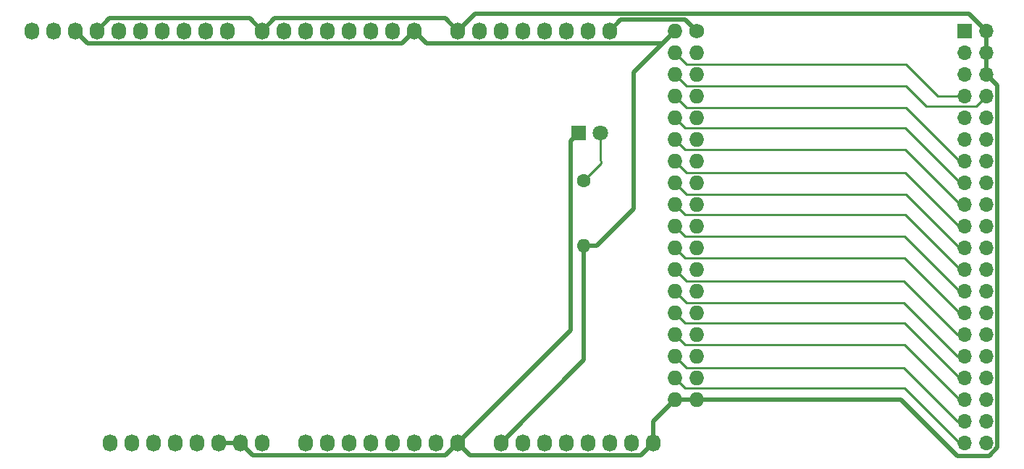
<source format=gbr>
%TF.GenerationSoftware,KiCad,Pcbnew,6.0.2+dfsg-1*%
%TF.CreationDate,2022-06-12T22:28:19-04:00*%
%TF.ProjectId,kim1-earthpeople,6b696d31-2d65-4617-9274-6870656f706c,rev?*%
%TF.SameCoordinates,Original*%
%TF.FileFunction,Copper,L2,Bot*%
%TF.FilePolarity,Positive*%
%FSLAX46Y46*%
G04 Gerber Fmt 4.6, Leading zero omitted, Abs format (unit mm)*
G04 Created by KiCad (PCBNEW 6.0.2+dfsg-1) date 2022-06-12 22:28:19*
%MOMM*%
%LPD*%
G01*
G04 APERTURE LIST*
%TA.AperFunction,ComponentPad*%
%ADD10O,1.727200X2.032000*%
%TD*%
%TA.AperFunction,ComponentPad*%
%ADD11O,1.727200X1.727200*%
%TD*%
%TA.AperFunction,ComponentPad*%
%ADD12C,1.727200*%
%TD*%
%TA.AperFunction,ComponentPad*%
%ADD13C,1.600000*%
%TD*%
%TA.AperFunction,ComponentPad*%
%ADD14O,1.600000X1.600000*%
%TD*%
%TA.AperFunction,ComponentPad*%
%ADD15R,1.800000X1.800000*%
%TD*%
%TA.AperFunction,ComponentPad*%
%ADD16C,1.800000*%
%TD*%
%TA.AperFunction,ComponentPad*%
%ADD17R,1.700000X1.700000*%
%TD*%
%TA.AperFunction,ComponentPad*%
%ADD18O,1.700000X1.700000*%
%TD*%
%TA.AperFunction,Conductor*%
%ADD19C,0.500000*%
%TD*%
%TA.AperFunction,Conductor*%
%ADD20C,0.250000*%
%TD*%
G04 APERTURE END LIST*
D10*
%TO.P,P2,1,Pin_1*%
%TO.N,unconnected-(P2-Pad1)*%
X131318000Y-119126000D03*
%TO.P,P2,2,Pin_2*%
%TO.N,unconnected-(P2-Pad2)*%
X133858000Y-119126000D03*
%TO.P,P2,3,Pin_3*%
%TO.N,unconnected-(P2-Pad3)*%
X136398000Y-119126000D03*
%TO.P,P2,4,Pin_4*%
%TO.N,unconnected-(P2-Pad4)*%
X138938000Y-119126000D03*
%TO.P,P2,5,Pin_5*%
%TO.N,unconnected-(P2-Pad5)*%
X141478000Y-119126000D03*
%TO.P,P2,6,Pin_6*%
%TO.N,GND*%
X144018000Y-119126000D03*
%TO.P,P2,7,Pin_7*%
X146558000Y-119126000D03*
%TO.P,P2,8,Pin_8*%
%TO.N,unconnected-(P2-Pad8)*%
X149098000Y-119126000D03*
%TD*%
%TO.P,P3,1,Pin_1*%
%TO.N,5V*%
X154178000Y-119126000D03*
%TO.P,P3,2,Pin_2*%
%TO.N,unconnected-(P3-Pad2)*%
X156718000Y-119126000D03*
%TO.P,P3,3,Pin_3*%
%TO.N,unconnected-(P3-Pad3)*%
X159258000Y-119126000D03*
%TO.P,P3,4,Pin_4*%
%TO.N,unconnected-(P3-Pad4)*%
X161798000Y-119126000D03*
%TO.P,P3,5,Pin_5*%
%TO.N,unconnected-(P3-Pad5)*%
X164338000Y-119126000D03*
%TO.P,P3,6,Pin_6*%
%TO.N,unconnected-(P3-Pad6)*%
X166878000Y-119126000D03*
%TO.P,P3,7,Pin_7*%
%TO.N,unconnected-(P3-Pad7)*%
X169418000Y-119126000D03*
%TO.P,P3,8,Pin_8*%
%TO.N,GND*%
X171958000Y-119126000D03*
%TD*%
%TO.P,P4,1,Pin_1*%
%TO.N,3V3*%
X177038000Y-119126000D03*
%TO.P,P4,2,Pin_2*%
%TO.N,unconnected-(P4-Pad2)*%
X179578000Y-119126000D03*
%TO.P,P4,3,Pin_3*%
%TO.N,unconnected-(P4-Pad3)*%
X182118000Y-119126000D03*
%TO.P,P4,4,Pin_4*%
%TO.N,unconnected-(P4-Pad4)*%
X184658000Y-119126000D03*
%TO.P,P4,5,Pin_5*%
%TO.N,unconnected-(P4-Pad5)*%
X187198000Y-119126000D03*
%TO.P,P4,6,Pin_6*%
%TO.N,unconnected-(P4-Pad6)*%
X189738000Y-119126000D03*
%TO.P,P4,7,Pin_7*%
%TO.N,unconnected-(P4-Pad7)*%
X192278000Y-119126000D03*
%TO.P,P4,8,Pin_8*%
%TO.N,GND*%
X194818000Y-119126000D03*
%TD*%
%TO.P,P5,1,Pin_1*%
%TO.N,unconnected-(P5-Pad1)*%
X145034000Y-70866000D03*
%TO.P,P5,2,Pin_2*%
%TO.N,unconnected-(P5-Pad2)*%
X142494000Y-70866000D03*
%TO.P,P5,3,Pin_3*%
%TO.N,unconnected-(P5-Pad3)*%
X139954000Y-70866000D03*
%TO.P,P5,4,Pin_4*%
%TO.N,unconnected-(P5-Pad4)*%
X137414000Y-70866000D03*
%TO.P,P5,5,Pin_5*%
%TO.N,unconnected-(P5-Pad5)*%
X134874000Y-70866000D03*
%TO.P,P5,6,Pin_6*%
%TO.N,unconnected-(P5-Pad6)*%
X132334000Y-70866000D03*
%TO.P,P5,7,Pin_7*%
%TO.N,GND*%
X129794000Y-70866000D03*
%TO.P,P5,8,Pin_8*%
%TO.N,3V3*%
X127254000Y-70866000D03*
%TO.P,P5,9,Pin_9*%
%TO.N,unconnected-(P5-Pad9)*%
X124714000Y-70866000D03*
%TO.P,P5,10,Pin_10*%
%TO.N,unconnected-(P5-Pad10)*%
X122174000Y-70866000D03*
%TD*%
%TO.P,P6,1,Pin_1*%
%TO.N,3V3*%
X166878000Y-70866000D03*
%TO.P,P6,2,Pin_2*%
%TO.N,unconnected-(P6-Pad2)*%
X164338000Y-70866000D03*
%TO.P,P6,3,Pin_3*%
%TO.N,unconnected-(P6-Pad3)*%
X161798000Y-70866000D03*
%TO.P,P6,4,Pin_4*%
%TO.N,unconnected-(P6-Pad4)*%
X159258000Y-70866000D03*
%TO.P,P6,5,Pin_5*%
%TO.N,unconnected-(P6-Pad5)*%
X156718000Y-70866000D03*
%TO.P,P6,6,Pin_6*%
%TO.N,unconnected-(P6-Pad6)*%
X154178000Y-70866000D03*
%TO.P,P6,7,Pin_7*%
%TO.N,unconnected-(P6-Pad7)*%
X151638000Y-70866000D03*
%TO.P,P6,8,Pin_8*%
%TO.N,GND*%
X149098000Y-70866000D03*
%TD*%
%TO.P,P7,1,Pin_1*%
%TO.N,5V*%
X189738000Y-70866000D03*
%TO.P,P7,2,Pin_2*%
%TO.N,unconnected-(P7-Pad2)*%
X187198000Y-70866000D03*
%TO.P,P7,3,Pin_3*%
%TO.N,unconnected-(P7-Pad3)*%
X184658000Y-70866000D03*
%TO.P,P7,4,Pin_4*%
%TO.N,unconnected-(P7-Pad4)*%
X182118000Y-70866000D03*
%TO.P,P7,5,Pin_5*%
%TO.N,unconnected-(P7-Pad5)*%
X179578000Y-70866000D03*
%TO.P,P7,6,Pin_6*%
%TO.N,unconnected-(P7-Pad6)*%
X177038000Y-70866000D03*
%TO.P,P7,7,Pin_7*%
%TO.N,unconnected-(P7-Pad7)*%
X174498000Y-70866000D03*
%TO.P,P7,8,Pin_8*%
%TO.N,GND*%
X171958000Y-70866000D03*
%TD*%
D11*
%TO.P,J101,1,Pin_1*%
%TO.N,3V3*%
X197358000Y-70866000D03*
D12*
%TO.P,J101,2,Pin_2*%
%TO.N,5V*%
X199898000Y-70866000D03*
D11*
%TO.P,J101,3,Pin_3*%
%TO.N,SPARE1*%
X197358000Y-73406000D03*
%TO.P,J101,4,Pin_4*%
%TO.N,SPARE6*%
X199898000Y-73406000D03*
%TO.P,J101,5,Pin_5*%
%TO.N,SPARE5*%
X197358000Y-75946000D03*
%TO.P,J101,6,Pin_6*%
%TO.N,SPARE7*%
X199898000Y-75946000D03*
%TO.P,J101,7,Pin_7*%
%TO.N,SST_KEY*%
X197358000Y-78486000D03*
%TO.P,J101,8,Pin_8*%
%TO.N,EXP_RAM*%
X199898000Y-78486000D03*
%TO.P,J101,9,Pin_9*%
%TO.N,ST_KEY*%
X197358000Y-81026000D03*
%TO.P,J101,10,Pin_10*%
%TO.N,LED_DIG_4*%
X199898000Y-81026000D03*
%TO.P,J101,11,Pin_11*%
%TO.N,RS_KEY*%
X197358000Y-83566000D03*
%TO.P,J101,12,Pin_12*%
%TO.N,LED_DIG_5*%
X199898000Y-83566000D03*
%TO.P,J101,13,Pin_13*%
%TO.N,ENABLE_TTY*%
X197358000Y-86106000D03*
%TO.P,J101,14,Pin_14*%
%TO.N,LED_DIG_6*%
X199898000Y-86106000D03*
%TO.P,J101,15,Pin_15*%
%TO.N,KB_ROW_2*%
X197358000Y-88646000D03*
%TO.P,J101,16,Pin_16*%
%TO.N,LED_DIG_7*%
X199898000Y-88646000D03*
%TO.P,J101,17,Pin_17*%
%TO.N,KB_ROW_1*%
X197358000Y-91186000D03*
%TO.P,J101,18,Pin_18*%
%TO.N,LED_DIG_8*%
X199898000Y-91186000D03*
%TO.P,J101,19,Pin_19*%
%TO.N,KB_ROW_0*%
X197358000Y-93726000D03*
%TO.P,J101,20,Pin_20*%
%TO.N,LED_DIG_9*%
X199898000Y-93726000D03*
%TO.P,J101,21,Pin_21*%
%TO.N,KB_COL_6*%
X197358000Y-96266000D03*
%TO.P,J101,22,Pin_22*%
%TO.N,LED_SEG_6*%
X199898000Y-96266000D03*
%TO.P,J101,23,Pin_23*%
%TO.N,KB_COL_5*%
X197358000Y-98806000D03*
%TO.P,J101,24,Pin_24*%
%TO.N,LED_SEG_5*%
X199898000Y-98806000D03*
%TO.P,J101,25,Pin_25*%
%TO.N,KB_COL_4*%
X197358000Y-101346000D03*
%TO.P,J101,26,Pin_26*%
%TO.N,LED_SEG_4*%
X199898000Y-101346000D03*
%TO.P,J101,27,Pin_27*%
%TO.N,KB_COL_3*%
X197358000Y-103886000D03*
%TO.P,J101,28,Pin_28*%
%TO.N,LED_SEG_3*%
X199898000Y-103886000D03*
%TO.P,J101,29,Pin_29*%
%TO.N,KB_COL_2*%
X197358000Y-106426000D03*
%TO.P,J101,30,Pin_30*%
%TO.N,LED_SEG_2*%
X199898000Y-106426000D03*
%TO.P,J101,31,Pin_31*%
%TO.N,KB_COL_1*%
X197358000Y-108966000D03*
%TO.P,J101,32,Pin_32*%
%TO.N,LED_SEG_1*%
X199898000Y-108966000D03*
%TO.P,J101,33,Pin_33*%
%TO.N,KB_COL_0*%
X197358000Y-111506000D03*
%TO.P,J101,34,Pin_34*%
%TO.N,LED_SEG_0*%
X199898000Y-111506000D03*
%TO.P,J101,35,Pin_35*%
%TO.N,GND*%
X197358000Y-114046000D03*
%TO.P,J101,36,Pin_36*%
X199898000Y-114046000D03*
%TD*%
D13*
%TO.P,R101,1*%
%TO.N,Net-(D101-Pad2)*%
X186700000Y-88400000D03*
D14*
%TO.P,R101,2*%
%TO.N,3V3*%
X186700000Y-96020000D03*
%TD*%
D15*
%TO.P,D101,1,K*%
%TO.N,GND*%
X186125000Y-82800000D03*
D16*
%TO.P,D101,2,A*%
%TO.N,Net-(D101-Pad2)*%
X188665000Y-82800000D03*
%TD*%
D17*
%TO.P,J102,1,Pin_1*%
%TO.N,3V3*%
X231225000Y-70875000D03*
D18*
%TO.P,J102,2,Pin_2*%
%TO.N,GND*%
X233765000Y-70875000D03*
%TO.P,J102,3,Pin_3*%
%TO.N,3V3*%
X231225000Y-73415000D03*
%TO.P,J102,4,Pin_4*%
%TO.N,GND*%
X233765000Y-73415000D03*
%TO.P,J102,5,Pin_5*%
%TO.N,3V3*%
X231225000Y-75955000D03*
%TO.P,J102,6,Pin_6*%
%TO.N,GND*%
X233765000Y-75955000D03*
%TO.P,J102,7,Pin_7*%
%TO.N,SPARE1*%
X231225000Y-78495000D03*
%TO.P,J102,8,Pin_8*%
%TO.N,SPARE5*%
X233765000Y-78495000D03*
%TO.P,J102,9,Pin_9*%
%TO.N,SPARE2*%
X231225000Y-81035000D03*
%TO.P,J102,10,Pin_10*%
%TO.N,SPARE6*%
X233765000Y-81035000D03*
%TO.P,J102,11,Pin_11*%
%TO.N,SPARE3*%
X231225000Y-83575000D03*
%TO.P,J102,12,Pin_12*%
%TO.N,SPARE7*%
X233765000Y-83575000D03*
%TO.P,J102,13,Pin_13*%
%TO.N,SST_KEY*%
X231225000Y-86115000D03*
%TO.P,J102,14,Pin_14*%
%TO.N,EXP_RAM*%
X233765000Y-86115000D03*
%TO.P,J102,15,Pin_15*%
%TO.N,ST_KEY*%
X231225000Y-88655000D03*
%TO.P,J102,16,Pin_16*%
%TO.N,LED_DIG_4*%
X233765000Y-88655000D03*
%TO.P,J102,17,Pin_17*%
%TO.N,RS_KEY*%
X231225000Y-91195000D03*
%TO.P,J102,18,Pin_18*%
%TO.N,LED_DIG_5*%
X233765000Y-91195000D03*
%TO.P,J102,19,Pin_19*%
%TO.N,ENABLE_TTY*%
X231225000Y-93735000D03*
%TO.P,J102,20,Pin_20*%
%TO.N,LED_DIG_6*%
X233765000Y-93735000D03*
%TO.P,J102,21,Pin_21*%
%TO.N,KB_ROW_2*%
X231225000Y-96275000D03*
%TO.P,J102,22,Pin_22*%
%TO.N,LED_DIG_7*%
X233765000Y-96275000D03*
%TO.P,J102,23,Pin_23*%
%TO.N,KB_ROW_1*%
X231225000Y-98815000D03*
%TO.P,J102,24,Pin_24*%
%TO.N,LED_DIG_8*%
X233765000Y-98815000D03*
%TO.P,J102,25,Pin_25*%
%TO.N,KB_ROW_0*%
X231225000Y-101355000D03*
%TO.P,J102,26,Pin_26*%
%TO.N,LED_DIG_9*%
X233765000Y-101355000D03*
%TO.P,J102,27,Pin_27*%
%TO.N,KB_COL_6*%
X231225000Y-103895000D03*
%TO.P,J102,28,Pin_28*%
%TO.N,LED_SEG_6*%
X233765000Y-103895000D03*
%TO.P,J102,29,Pin_29*%
%TO.N,KB_COL_5*%
X231225000Y-106435000D03*
%TO.P,J102,30,Pin_30*%
%TO.N,LED_SEG_5*%
X233765000Y-106435000D03*
%TO.P,J102,31,Pin_31*%
%TO.N,KB_COL_4*%
X231225000Y-108975000D03*
%TO.P,J102,32,Pin_32*%
%TO.N,LED_SEG_4*%
X233765000Y-108975000D03*
%TO.P,J102,33,Pin_33*%
%TO.N,KB_COL_3*%
X231225000Y-111515000D03*
%TO.P,J102,34,Pin_34*%
%TO.N,LED_SEG_3*%
X233765000Y-111515000D03*
%TO.P,J102,35,Pin_35*%
%TO.N,KB_COL_2*%
X231225000Y-114055000D03*
%TO.P,J102,36,Pin_36*%
%TO.N,LED_SEG_2*%
X233765000Y-114055000D03*
%TO.P,J102,37,Pin_37*%
%TO.N,KB_COL_1*%
X231225000Y-116595000D03*
%TO.P,J102,38,Pin_38*%
%TO.N,LED_SEG_1*%
X233765000Y-116595000D03*
%TO.P,J102,39,Pin_39*%
%TO.N,KB_COL_0*%
X231225000Y-119135000D03*
%TO.P,J102,40,Pin_40*%
%TO.N,LED_SEG_0*%
X233765000Y-119135000D03*
%TD*%
D19*
%TO.N,3V3*%
X192532000Y-91694000D02*
X188206000Y-96020000D01*
X186700000Y-109464000D02*
X177038000Y-119126000D01*
X166878000Y-70866000D02*
X165412480Y-72331520D01*
X197358000Y-70866000D02*
X195892480Y-72331520D01*
X128719520Y-72331520D02*
X127254000Y-70866000D01*
X168343520Y-72331520D02*
X166878000Y-70866000D01*
X165412480Y-72331520D02*
X128719520Y-72331520D01*
X188206000Y-96020000D02*
X186700000Y-96020000D01*
X192532000Y-75692000D02*
X192532000Y-91694000D01*
X186700000Y-96020000D02*
X186700000Y-109464000D01*
X197358000Y-70866000D02*
X192532000Y-75692000D01*
X195892480Y-72331520D02*
X168343520Y-72331520D01*
%TO.N,5V*%
X191051111Y-69552889D02*
X189738000Y-70866000D01*
X198584889Y-69552889D02*
X191051111Y-69552889D01*
X199898000Y-70866000D02*
X198584889Y-69552889D01*
%TO.N,GND*%
X231724000Y-68834000D02*
X173990000Y-68834000D01*
X230378000Y-120650000D02*
X234087787Y-120650000D01*
X170492480Y-120591520D02*
X148023520Y-120591520D01*
X223774000Y-114046000D02*
X230378000Y-120650000D01*
X146558000Y-119126000D02*
X144018000Y-119126000D01*
X171958000Y-119126000D02*
X185166000Y-105918000D01*
X147632480Y-69400480D02*
X131259520Y-69400480D01*
X194818000Y-116586000D02*
X197358000Y-114046000D01*
X173423520Y-120591520D02*
X193352480Y-120591520D01*
X197358000Y-114046000D02*
X199898000Y-114046000D01*
X233765000Y-70875000D02*
X231724000Y-68834000D01*
X173990000Y-68834000D02*
X171958000Y-70866000D01*
X234087787Y-120650000D02*
X235064511Y-119673276D01*
X171958000Y-70866000D02*
X170492480Y-69400480D01*
X171958000Y-119126000D02*
X170492480Y-120591520D01*
X148023520Y-120591520D02*
X146558000Y-119126000D01*
X193352480Y-120591520D02*
X194818000Y-119126000D01*
X235064511Y-119673276D02*
X235064511Y-77254511D01*
X149098000Y-70866000D02*
X147632480Y-69400480D01*
X185166000Y-105918000D02*
X185166000Y-83759000D01*
X233765000Y-75955000D02*
X233765000Y-70875000D01*
X170492480Y-69400480D02*
X150563520Y-69400480D01*
X131259520Y-69400480D02*
X129794000Y-70866000D01*
X171958000Y-119126000D02*
X173423520Y-120591520D01*
X150563520Y-69400480D02*
X149098000Y-70866000D01*
X194818000Y-119126000D02*
X194818000Y-116586000D01*
X185166000Y-83759000D02*
X186125000Y-82800000D01*
X199898000Y-114046000D02*
X223774000Y-114046000D01*
X235064511Y-77254511D02*
X233765000Y-75955000D01*
D20*
%TO.N,SPARE1*%
X197358000Y-73406000D02*
X198709889Y-74757889D01*
X224363889Y-74757889D02*
X228101000Y-78495000D01*
X228101000Y-78495000D02*
X231225000Y-78495000D01*
X198709889Y-74757889D02*
X224363889Y-74757889D01*
%TO.N,SPARE5*%
X224363889Y-77297889D02*
X226735511Y-79669511D01*
X197358000Y-75946000D02*
X198709889Y-77297889D01*
X226735511Y-79669511D02*
X232590489Y-79669511D01*
X198709889Y-77297889D02*
X224363889Y-77297889D01*
X232590489Y-79669511D02*
X233765000Y-78495000D01*
%TO.N,SST_KEY*%
X224363889Y-79837889D02*
X230641000Y-86115000D01*
X197358000Y-78486000D02*
X198709889Y-79837889D01*
X198709889Y-79837889D02*
X224363889Y-79837889D01*
%TO.N,ST_KEY*%
X197358000Y-81026000D02*
X198546111Y-82214111D01*
X198546111Y-82214111D02*
X224282000Y-82214111D01*
X224282000Y-82214111D02*
X230722889Y-88655000D01*
%TO.N,RS_KEY*%
X197358000Y-83566000D02*
X198546111Y-84754111D01*
X198546111Y-84754111D02*
X224282000Y-84754111D01*
X224282000Y-84754111D02*
X230722889Y-91195000D01*
%TO.N,ENABLE_TTY*%
X198709889Y-87457889D02*
X224282000Y-87457889D01*
X224282000Y-87457889D02*
X230559111Y-93735000D01*
X197358000Y-86106000D02*
X198709889Y-87457889D01*
%TO.N,KB_ROW_2*%
X224363889Y-89997889D02*
X230641000Y-96275000D01*
X197358000Y-88646000D02*
X198709889Y-89997889D01*
X198709889Y-89997889D02*
X224363889Y-89997889D01*
%TO.N,KB_ROW_1*%
X197358000Y-91186000D02*
X198546111Y-92374111D01*
X198546111Y-92374111D02*
X224282000Y-92374111D01*
X224282000Y-92374111D02*
X230722889Y-98815000D01*
%TO.N,KB_ROW_0*%
X198546111Y-94914111D02*
X224200111Y-94914111D01*
X224200111Y-94914111D02*
X230641000Y-101355000D01*
X197358000Y-93726000D02*
X198546111Y-94914111D01*
%TO.N,KB_COL_6*%
X198546111Y-97454111D02*
X224200111Y-97454111D01*
X224200111Y-97454111D02*
X230641000Y-103895000D01*
X197358000Y-96266000D02*
X198546111Y-97454111D01*
%TO.N,KB_COL_5*%
X198709889Y-100157889D02*
X224109889Y-100157889D01*
X197358000Y-98806000D02*
X198709889Y-100157889D01*
X230387000Y-106435000D02*
X231225000Y-106435000D01*
X224109889Y-100157889D02*
X230387000Y-106435000D01*
%TO.N,KB_COL_4*%
X197358000Y-101346000D02*
X198709889Y-102697889D01*
X198709889Y-102697889D02*
X224109889Y-102697889D01*
X224109889Y-102697889D02*
X230387000Y-108975000D01*
X230387000Y-108975000D02*
X231225000Y-108975000D01*
%TO.N,KB_COL_3*%
X224200111Y-105074111D02*
X230641000Y-111515000D01*
X197358000Y-103886000D02*
X198546111Y-105074111D01*
X198546111Y-105074111D02*
X224200111Y-105074111D01*
%TO.N,KB_COL_2*%
X224200111Y-107614111D02*
X230641000Y-114055000D01*
X197358000Y-106426000D02*
X198546111Y-107614111D01*
X198546111Y-107614111D02*
X224200111Y-107614111D01*
%TO.N,KB_COL_1*%
X198709889Y-110317889D02*
X224109889Y-110317889D01*
X224109889Y-110317889D02*
X230387000Y-116595000D01*
X197358000Y-108966000D02*
X198709889Y-110317889D01*
X230387000Y-116595000D02*
X231225000Y-116595000D01*
%TO.N,KB_COL_0*%
X197358000Y-111506000D02*
X198546111Y-112694111D01*
X198546111Y-112694111D02*
X224200111Y-112694111D01*
X224200111Y-112694111D02*
X230641000Y-119135000D01*
%TO.N,Net-(D101-Pad2)*%
X188722000Y-86106000D02*
X188665000Y-86049000D01*
X188722000Y-86378000D02*
X188722000Y-86106000D01*
X188665000Y-86049000D02*
X188665000Y-82800000D01*
X186700000Y-88400000D02*
X188722000Y-86378000D01*
%TD*%
M02*

</source>
